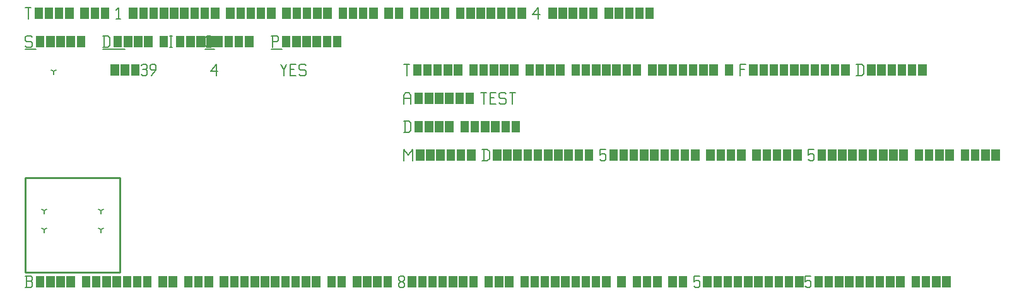
<source format=gbr>
G04 start of page 11 for group -1 layer_idx 268435461 *
G04 Title: board with minimal netlist, <virtual group> *
G04 Creator: <version>
G04 CreationDate: <date>
G04 For: TEST *
G04 Format: Gerber/RS-274X *
G04 PCB-Dimensions: 50000 50000 *
G04 PCB-Coordinate-Origin: lower left *
%MOIN*%
%FSLAX25Y25*%
%LNLOGICAL_VIRTUAL_FAB_NONE*%
%ADD34C,0.0100*%
%ADD33C,0.0001*%
%ADD32C,0.0060*%
%ADD31C,0.0080*%
G54D31*X10000Y32500D02*Y30900D01*
Y32500D02*X11387Y33300D01*
X10000Y32500D02*X8613Y33300D01*
X40000Y32500D02*Y30900D01*
Y32500D02*X41387Y33300D01*
X40000Y32500D02*X38613Y33300D01*
X10000Y22500D02*Y20900D01*
Y22500D02*X11387Y23300D01*
X10000Y22500D02*X8613Y23300D01*
X40000Y22500D02*Y20900D01*
Y22500D02*X41387Y23300D01*
X40000Y22500D02*X38613Y23300D01*
X15000Y106250D02*Y104650D01*
Y106250D02*X16387Y107050D01*
X15000Y106250D02*X13613Y107050D01*
G54D32*X135000Y110000D02*X136500Y107000D01*
X138000Y110000D01*
X136500Y107000D02*Y104000D01*
X139800Y107300D02*X142050D01*
X139800Y104000D02*X142800D01*
X139800Y110000D02*Y104000D01*
Y110000D02*X142800D01*
X147600D02*X148350Y109250D01*
X145350Y110000D02*X147600D01*
X144600Y109250D02*X145350Y110000D01*
X144600Y109250D02*Y107750D01*
X145350Y107000D01*
X147600D01*
X148350Y106250D01*
Y104750D01*
X147600Y104000D02*X148350Y104750D01*
X145350Y104000D02*X147600D01*
X144600Y104750D02*X145350Y104000D01*
X98000Y106250D02*X101000Y110000D01*
X98000Y106250D02*X101750D01*
X101000Y110000D02*Y104000D01*
G54D33*G36*
X45000Y110000D02*X49500D01*
Y104000D01*
X45000D01*
Y110000D01*
G37*
G36*
X50400D02*X54900D01*
Y104000D01*
X50400D01*
Y110000D01*
G37*
G36*
X55800D02*X60300D01*
Y104000D01*
X55800D01*
Y110000D01*
G37*
G54D32*X61200Y109250D02*X61950Y110000D01*
X63450D01*
X64200Y109250D01*
X63450Y104000D02*X64200Y104750D01*
X61950Y104000D02*X63450D01*
X61200Y104750D02*X61950Y104000D01*
Y107300D02*X63450D01*
X64200Y109250D02*Y108050D01*
Y106550D02*Y104750D01*
Y106550D02*X63450Y107300D01*
X64200Y108050D02*X63450Y107300D01*
X66750Y104000D02*X69000Y107000D01*
Y109250D02*Y107000D01*
X68250Y110000D02*X69000Y109250D01*
X66750Y110000D02*X68250D01*
X66000Y109250D02*X66750Y110000D01*
X66000Y109250D02*Y107750D01*
X66750Y107000D01*
X69000D01*
X3000Y125000D02*X3750Y124250D01*
X750Y125000D02*X3000D01*
X0Y124250D02*X750Y125000D01*
X0Y124250D02*Y122750D01*
X750Y122000D01*
X3000D01*
X3750Y121250D01*
Y119750D01*
X3000Y119000D02*X3750Y119750D01*
X750Y119000D02*X3000D01*
X0Y119750D02*X750Y119000D01*
G54D33*G36*
X5550Y125000D02*X10050D01*
Y119000D01*
X5550D01*
Y125000D01*
G37*
G36*
X10950D02*X15450D01*
Y119000D01*
X10950D01*
Y125000D01*
G37*
G36*
X16350D02*X20850D01*
Y119000D01*
X16350D01*
Y125000D01*
G37*
G36*
X21750D02*X26250D01*
Y119000D01*
X21750D01*
Y125000D01*
G37*
G36*
X27150D02*X31650D01*
Y119000D01*
X27150D01*
Y125000D01*
G37*
G54D32*X0Y118000D02*X5550D01*
X41750Y125000D02*Y119000D01*
X43700Y125000D02*X44750Y123950D01*
Y120050D01*
X43700Y119000D02*X44750Y120050D01*
X41000Y119000D02*X43700D01*
X41000Y125000D02*X43700D01*
G54D33*G36*
X46550D02*X51050D01*
Y119000D01*
X46550D01*
Y125000D01*
G37*
G36*
X51950D02*X56450D01*
Y119000D01*
X51950D01*
Y125000D01*
G37*
G36*
X57350D02*X61850D01*
Y119000D01*
X57350D01*
Y125000D01*
G37*
G36*
X62750D02*X67250D01*
Y119000D01*
X62750D01*
Y125000D01*
G37*
G36*
X70850D02*X75350D01*
Y119000D01*
X70850D01*
Y125000D01*
G37*
G54D32*X76250D02*X77750D01*
X77000D02*Y119000D01*
X76250D02*X77750D01*
G54D33*G36*
X79550Y125000D02*X84050D01*
Y119000D01*
X79550D01*
Y125000D01*
G37*
G36*
X84950D02*X89450D01*
Y119000D01*
X84950D01*
Y125000D01*
G37*
G36*
X90350D02*X94850D01*
Y119000D01*
X90350D01*
Y125000D01*
G37*
G36*
X95750D02*X100250D01*
Y119000D01*
X95750D01*
Y125000D01*
G37*
G54D32*X41000Y118000D02*X52550D01*
X96050Y119000D02*X98000D01*
X95000Y120050D02*X96050Y119000D01*
X95000Y123950D02*Y120050D01*
Y123950D02*X96050Y125000D01*
X98000D01*
G54D33*G36*
X99800D02*X104300D01*
Y119000D01*
X99800D01*
Y125000D01*
G37*
G36*
X105200D02*X109700D01*
Y119000D01*
X105200D01*
Y125000D01*
G37*
G36*
X110600D02*X115100D01*
Y119000D01*
X110600D01*
Y125000D01*
G37*
G36*
X116000D02*X120500D01*
Y119000D01*
X116000D01*
Y125000D01*
G37*
G54D32*X95000Y118000D02*X99800D01*
X130750Y125000D02*Y119000D01*
X130000Y125000D02*X133000D01*
X133750Y124250D01*
Y122750D01*
X133000Y122000D02*X133750Y122750D01*
X130750Y122000D02*X133000D01*
G54D33*G36*
X135550Y125000D02*X140050D01*
Y119000D01*
X135550D01*
Y125000D01*
G37*
G36*
X140950D02*X145450D01*
Y119000D01*
X140950D01*
Y125000D01*
G37*
G36*
X146350D02*X150850D01*
Y119000D01*
X146350D01*
Y125000D01*
G37*
G36*
X151750D02*X156250D01*
Y119000D01*
X151750D01*
Y125000D01*
G37*
G36*
X157150D02*X161650D01*
Y119000D01*
X157150D01*
Y125000D01*
G37*
G36*
X162550D02*X167050D01*
Y119000D01*
X162550D01*
Y125000D01*
G37*
G54D32*X130000Y118000D02*X135550D01*
X0Y140000D02*X3000D01*
X1500D02*Y134000D01*
G54D33*G36*
X4800Y140000D02*X9300D01*
Y134000D01*
X4800D01*
Y140000D01*
G37*
G36*
X10200D02*X14700D01*
Y134000D01*
X10200D01*
Y140000D01*
G37*
G36*
X15600D02*X20100D01*
Y134000D01*
X15600D01*
Y140000D01*
G37*
G36*
X21000D02*X25500D01*
Y134000D01*
X21000D01*
Y140000D01*
G37*
G36*
X29100D02*X33600D01*
Y134000D01*
X29100D01*
Y140000D01*
G37*
G36*
X34500D02*X39000D01*
Y134000D01*
X34500D01*
Y140000D01*
G37*
G36*
X39900D02*X44400D01*
Y134000D01*
X39900D01*
Y140000D01*
G37*
G54D32*X48000Y138800D02*X49200Y140000D01*
Y134000D01*
X48000D02*X50250D01*
G54D33*G36*
X54750Y140000D02*X59250D01*
Y134000D01*
X54750D01*
Y140000D01*
G37*
G36*
X60150D02*X64650D01*
Y134000D01*
X60150D01*
Y140000D01*
G37*
G36*
X65550D02*X70050D01*
Y134000D01*
X65550D01*
Y140000D01*
G37*
G36*
X70950D02*X75450D01*
Y134000D01*
X70950D01*
Y140000D01*
G37*
G36*
X76350D02*X80850D01*
Y134000D01*
X76350D01*
Y140000D01*
G37*
G36*
X81750D02*X86250D01*
Y134000D01*
X81750D01*
Y140000D01*
G37*
G36*
X87150D02*X91650D01*
Y134000D01*
X87150D01*
Y140000D01*
G37*
G36*
X92550D02*X97050D01*
Y134000D01*
X92550D01*
Y140000D01*
G37*
G36*
X97950D02*X102450D01*
Y134000D01*
X97950D01*
Y140000D01*
G37*
G36*
X106050D02*X110550D01*
Y134000D01*
X106050D01*
Y140000D01*
G37*
G36*
X111450D02*X115950D01*
Y134000D01*
X111450D01*
Y140000D01*
G37*
G36*
X116850D02*X121350D01*
Y134000D01*
X116850D01*
Y140000D01*
G37*
G36*
X122250D02*X126750D01*
Y134000D01*
X122250D01*
Y140000D01*
G37*
G36*
X127650D02*X132150D01*
Y134000D01*
X127650D01*
Y140000D01*
G37*
G36*
X135750D02*X140250D01*
Y134000D01*
X135750D01*
Y140000D01*
G37*
G36*
X141150D02*X145650D01*
Y134000D01*
X141150D01*
Y140000D01*
G37*
G36*
X146550D02*X151050D01*
Y134000D01*
X146550D01*
Y140000D01*
G37*
G36*
X151950D02*X156450D01*
Y134000D01*
X151950D01*
Y140000D01*
G37*
G36*
X157350D02*X161850D01*
Y134000D01*
X157350D01*
Y140000D01*
G37*
G36*
X165450D02*X169950D01*
Y134000D01*
X165450D01*
Y140000D01*
G37*
G36*
X170850D02*X175350D01*
Y134000D01*
X170850D01*
Y140000D01*
G37*
G36*
X176250D02*X180750D01*
Y134000D01*
X176250D01*
Y140000D01*
G37*
G36*
X181650D02*X186150D01*
Y134000D01*
X181650D01*
Y140000D01*
G37*
G36*
X189750D02*X194250D01*
Y134000D01*
X189750D01*
Y140000D01*
G37*
G36*
X195150D02*X199650D01*
Y134000D01*
X195150D01*
Y140000D01*
G37*
G36*
X203250D02*X207750D01*
Y134000D01*
X203250D01*
Y140000D01*
G37*
G36*
X208650D02*X213150D01*
Y134000D01*
X208650D01*
Y140000D01*
G37*
G36*
X214050D02*X218550D01*
Y134000D01*
X214050D01*
Y140000D01*
G37*
G36*
X219450D02*X223950D01*
Y134000D01*
X219450D01*
Y140000D01*
G37*
G36*
X227550D02*X232050D01*
Y134000D01*
X227550D01*
Y140000D01*
G37*
G36*
X232950D02*X237450D01*
Y134000D01*
X232950D01*
Y140000D01*
G37*
G36*
X238350D02*X242850D01*
Y134000D01*
X238350D01*
Y140000D01*
G37*
G36*
X243750D02*X248250D01*
Y134000D01*
X243750D01*
Y140000D01*
G37*
G36*
X249150D02*X253650D01*
Y134000D01*
X249150D01*
Y140000D01*
G37*
G36*
X254550D02*X259050D01*
Y134000D01*
X254550D01*
Y140000D01*
G37*
G36*
X259950D02*X264450D01*
Y134000D01*
X259950D01*
Y140000D01*
G37*
G54D32*X268050Y136250D02*X271050Y140000D01*
X268050Y136250D02*X271800D01*
X271050Y140000D02*Y134000D01*
G54D33*G36*
X276300Y140000D02*X280800D01*
Y134000D01*
X276300D01*
Y140000D01*
G37*
G36*
X281700D02*X286200D01*
Y134000D01*
X281700D01*
Y140000D01*
G37*
G36*
X287100D02*X291600D01*
Y134000D01*
X287100D01*
Y140000D01*
G37*
G36*
X292500D02*X297000D01*
Y134000D01*
X292500D01*
Y140000D01*
G37*
G36*
X297900D02*X302400D01*
Y134000D01*
X297900D01*
Y140000D01*
G37*
G36*
X306000D02*X310500D01*
Y134000D01*
X306000D01*
Y140000D01*
G37*
G36*
X311400D02*X315900D01*
Y134000D01*
X311400D01*
Y140000D01*
G37*
G36*
X316800D02*X321300D01*
Y134000D01*
X316800D01*
Y140000D01*
G37*
G36*
X322200D02*X326700D01*
Y134000D01*
X322200D01*
Y140000D01*
G37*
G36*
X327600D02*X332100D01*
Y134000D01*
X327600D01*
Y140000D01*
G37*
G54D34*X0Y50000D02*X50000D01*
X0D02*Y0D01*
X50000Y50000D02*Y0D01*
X0D02*X50000D01*
G54D32*X200000Y65000D02*Y59000D01*
Y65000D02*X202250Y62000D01*
X204500Y65000D01*
Y59000D01*
G54D33*G36*
X206300Y65000D02*X210800D01*
Y59000D01*
X206300D01*
Y65000D01*
G37*
G36*
X211700D02*X216200D01*
Y59000D01*
X211700D01*
Y65000D01*
G37*
G36*
X217100D02*X221600D01*
Y59000D01*
X217100D01*
Y65000D01*
G37*
G36*
X222500D02*X227000D01*
Y59000D01*
X222500D01*
Y65000D01*
G37*
G36*
X227900D02*X232400D01*
Y59000D01*
X227900D01*
Y65000D01*
G37*
G36*
X233300D02*X237800D01*
Y59000D01*
X233300D01*
Y65000D01*
G37*
G54D32*X242150D02*Y59000D01*
X244100Y65000D02*X245150Y63950D01*
Y60050D01*
X244100Y59000D02*X245150Y60050D01*
X241400Y59000D02*X244100D01*
X241400Y65000D02*X244100D01*
G54D33*G36*
X246950D02*X251450D01*
Y59000D01*
X246950D01*
Y65000D01*
G37*
G36*
X252350D02*X256850D01*
Y59000D01*
X252350D01*
Y65000D01*
G37*
G36*
X257750D02*X262250D01*
Y59000D01*
X257750D01*
Y65000D01*
G37*
G36*
X263150D02*X267650D01*
Y59000D01*
X263150D01*
Y65000D01*
G37*
G36*
X268550D02*X273050D01*
Y59000D01*
X268550D01*
Y65000D01*
G37*
G36*
X273950D02*X278450D01*
Y59000D01*
X273950D01*
Y65000D01*
G37*
G36*
X279350D02*X283850D01*
Y59000D01*
X279350D01*
Y65000D01*
G37*
G36*
X284750D02*X289250D01*
Y59000D01*
X284750D01*
Y65000D01*
G37*
G36*
X290150D02*X294650D01*
Y59000D01*
X290150D01*
Y65000D01*
G37*
G36*
X295550D02*X300050D01*
Y59000D01*
X295550D01*
Y65000D01*
G37*
G54D32*X303650D02*X306650D01*
X303650D02*Y62000D01*
X304400Y62750D01*
X305900D01*
X306650Y62000D01*
Y59750D01*
X305900Y59000D02*X306650Y59750D01*
X304400Y59000D02*X305900D01*
X303650Y59750D02*X304400Y59000D01*
G54D33*G36*
X308450Y65000D02*X312950D01*
Y59000D01*
X308450D01*
Y65000D01*
G37*
G36*
X313850D02*X318350D01*
Y59000D01*
X313850D01*
Y65000D01*
G37*
G36*
X319250D02*X323750D01*
Y59000D01*
X319250D01*
Y65000D01*
G37*
G36*
X324650D02*X329150D01*
Y59000D01*
X324650D01*
Y65000D01*
G37*
G36*
X330050D02*X334550D01*
Y59000D01*
X330050D01*
Y65000D01*
G37*
G36*
X335450D02*X339950D01*
Y59000D01*
X335450D01*
Y65000D01*
G37*
G36*
X340850D02*X345350D01*
Y59000D01*
X340850D01*
Y65000D01*
G37*
G36*
X346250D02*X350750D01*
Y59000D01*
X346250D01*
Y65000D01*
G37*
G36*
X351650D02*X356150D01*
Y59000D01*
X351650D01*
Y65000D01*
G37*
G36*
X359750D02*X364250D01*
Y59000D01*
X359750D01*
Y65000D01*
G37*
G36*
X365150D02*X369650D01*
Y59000D01*
X365150D01*
Y65000D01*
G37*
G36*
X370550D02*X375050D01*
Y59000D01*
X370550D01*
Y65000D01*
G37*
G36*
X375950D02*X380450D01*
Y59000D01*
X375950D01*
Y65000D01*
G37*
G36*
X384050D02*X388550D01*
Y59000D01*
X384050D01*
Y65000D01*
G37*
G36*
X389450D02*X393950D01*
Y59000D01*
X389450D01*
Y65000D01*
G37*
G36*
X394850D02*X399350D01*
Y59000D01*
X394850D01*
Y65000D01*
G37*
G36*
X400250D02*X404750D01*
Y59000D01*
X400250D01*
Y65000D01*
G37*
G36*
X405650D02*X410150D01*
Y59000D01*
X405650D01*
Y65000D01*
G37*
G54D32*X413750D02*X416750D01*
X413750D02*Y62000D01*
X414500Y62750D01*
X416000D01*
X416750Y62000D01*
Y59750D01*
X416000Y59000D02*X416750Y59750D01*
X414500Y59000D02*X416000D01*
X413750Y59750D02*X414500Y59000D01*
G54D33*G36*
X418550Y65000D02*X423050D01*
Y59000D01*
X418550D01*
Y65000D01*
G37*
G36*
X423950D02*X428450D01*
Y59000D01*
X423950D01*
Y65000D01*
G37*
G36*
X429350D02*X433850D01*
Y59000D01*
X429350D01*
Y65000D01*
G37*
G36*
X434750D02*X439250D01*
Y59000D01*
X434750D01*
Y65000D01*
G37*
G36*
X440150D02*X444650D01*
Y59000D01*
X440150D01*
Y65000D01*
G37*
G36*
X445550D02*X450050D01*
Y59000D01*
X445550D01*
Y65000D01*
G37*
G36*
X450950D02*X455450D01*
Y59000D01*
X450950D01*
Y65000D01*
G37*
G36*
X456350D02*X460850D01*
Y59000D01*
X456350D01*
Y65000D01*
G37*
G36*
X461750D02*X466250D01*
Y59000D01*
X461750D01*
Y65000D01*
G37*
G36*
X469850D02*X474350D01*
Y59000D01*
X469850D01*
Y65000D01*
G37*
G36*
X475250D02*X479750D01*
Y59000D01*
X475250D01*
Y65000D01*
G37*
G36*
X480650D02*X485150D01*
Y59000D01*
X480650D01*
Y65000D01*
G37*
G36*
X486050D02*X490550D01*
Y59000D01*
X486050D01*
Y65000D01*
G37*
G36*
X494150D02*X498650D01*
Y59000D01*
X494150D01*
Y65000D01*
G37*
G36*
X499550D02*X504050D01*
Y59000D01*
X499550D01*
Y65000D01*
G37*
G36*
X504950D02*X509450D01*
Y59000D01*
X504950D01*
Y65000D01*
G37*
G36*
X510350D02*X514850D01*
Y59000D01*
X510350D01*
Y65000D01*
G37*
G54D32*X0Y-8000D02*X3000D01*
X3750Y-7250D01*
Y-5450D02*Y-7250D01*
X3000Y-4700D02*X3750Y-5450D01*
X750Y-4700D02*X3000D01*
X750Y-2000D02*Y-8000D01*
X0Y-2000D02*X3000D01*
X3750Y-2750D01*
Y-3950D01*
X3000Y-4700D02*X3750Y-3950D01*
G54D33*G36*
X5550Y-2000D02*X10050D01*
Y-8000D01*
X5550D01*
Y-2000D01*
G37*
G36*
X10950D02*X15450D01*
Y-8000D01*
X10950D01*
Y-2000D01*
G37*
G36*
X16350D02*X20850D01*
Y-8000D01*
X16350D01*
Y-2000D01*
G37*
G36*
X21750D02*X26250D01*
Y-8000D01*
X21750D01*
Y-2000D01*
G37*
G36*
X29850D02*X34350D01*
Y-8000D01*
X29850D01*
Y-2000D01*
G37*
G36*
X35250D02*X39750D01*
Y-8000D01*
X35250D01*
Y-2000D01*
G37*
G36*
X40650D02*X45150D01*
Y-8000D01*
X40650D01*
Y-2000D01*
G37*
G36*
X46050D02*X50550D01*
Y-8000D01*
X46050D01*
Y-2000D01*
G37*
G36*
X51450D02*X55950D01*
Y-8000D01*
X51450D01*
Y-2000D01*
G37*
G36*
X56850D02*X61350D01*
Y-8000D01*
X56850D01*
Y-2000D01*
G37*
G36*
X62250D02*X66750D01*
Y-8000D01*
X62250D01*
Y-2000D01*
G37*
G36*
X70350D02*X74850D01*
Y-8000D01*
X70350D01*
Y-2000D01*
G37*
G36*
X75750D02*X80250D01*
Y-8000D01*
X75750D01*
Y-2000D01*
G37*
G36*
X83850D02*X88350D01*
Y-8000D01*
X83850D01*
Y-2000D01*
G37*
G36*
X89250D02*X93750D01*
Y-8000D01*
X89250D01*
Y-2000D01*
G37*
G36*
X94650D02*X99150D01*
Y-8000D01*
X94650D01*
Y-2000D01*
G37*
G36*
X102750D02*X107250D01*
Y-8000D01*
X102750D01*
Y-2000D01*
G37*
G36*
X108150D02*X112650D01*
Y-8000D01*
X108150D01*
Y-2000D01*
G37*
G36*
X113550D02*X118050D01*
Y-8000D01*
X113550D01*
Y-2000D01*
G37*
G36*
X118950D02*X123450D01*
Y-8000D01*
X118950D01*
Y-2000D01*
G37*
G36*
X124350D02*X128850D01*
Y-8000D01*
X124350D01*
Y-2000D01*
G37*
G36*
X129750D02*X134250D01*
Y-8000D01*
X129750D01*
Y-2000D01*
G37*
G36*
X135150D02*X139650D01*
Y-8000D01*
X135150D01*
Y-2000D01*
G37*
G36*
X140550D02*X145050D01*
Y-8000D01*
X140550D01*
Y-2000D01*
G37*
G36*
X145950D02*X150450D01*
Y-8000D01*
X145950D01*
Y-2000D01*
G37*
G36*
X151350D02*X155850D01*
Y-8000D01*
X151350D01*
Y-2000D01*
G37*
G36*
X159450D02*X163950D01*
Y-8000D01*
X159450D01*
Y-2000D01*
G37*
G36*
X164850D02*X169350D01*
Y-8000D01*
X164850D01*
Y-2000D01*
G37*
G36*
X172950D02*X177450D01*
Y-8000D01*
X172950D01*
Y-2000D01*
G37*
G36*
X178350D02*X182850D01*
Y-8000D01*
X178350D01*
Y-2000D01*
G37*
G36*
X183750D02*X188250D01*
Y-8000D01*
X183750D01*
Y-2000D01*
G37*
G36*
X189150D02*X193650D01*
Y-8000D01*
X189150D01*
Y-2000D01*
G37*
G54D32*X197250Y-7250D02*X198000Y-8000D01*
X197250Y-6050D02*Y-7250D01*
Y-6050D02*X198300Y-5000D01*
X199200D01*
X200250Y-6050D01*
Y-7250D01*
X199500Y-8000D02*X200250Y-7250D01*
X198000Y-8000D02*X199500D01*
X197250Y-3950D02*X198300Y-5000D01*
X197250Y-2750D02*Y-3950D01*
Y-2750D02*X198000Y-2000D01*
X199500D01*
X200250Y-2750D01*
Y-3950D01*
X199200Y-5000D02*X200250Y-3950D01*
G54D33*G36*
X202050Y-2000D02*X206550D01*
Y-8000D01*
X202050D01*
Y-2000D01*
G37*
G36*
X207450D02*X211950D01*
Y-8000D01*
X207450D01*
Y-2000D01*
G37*
G36*
X212850D02*X217350D01*
Y-8000D01*
X212850D01*
Y-2000D01*
G37*
G36*
X218250D02*X222750D01*
Y-8000D01*
X218250D01*
Y-2000D01*
G37*
G36*
X223650D02*X228150D01*
Y-8000D01*
X223650D01*
Y-2000D01*
G37*
G36*
X229050D02*X233550D01*
Y-8000D01*
X229050D01*
Y-2000D01*
G37*
G36*
X234450D02*X238950D01*
Y-8000D01*
X234450D01*
Y-2000D01*
G37*
G36*
X242550D02*X247050D01*
Y-8000D01*
X242550D01*
Y-2000D01*
G37*
G36*
X247950D02*X252450D01*
Y-8000D01*
X247950D01*
Y-2000D01*
G37*
G36*
X253350D02*X257850D01*
Y-8000D01*
X253350D01*
Y-2000D01*
G37*
G36*
X261450D02*X265950D01*
Y-8000D01*
X261450D01*
Y-2000D01*
G37*
G36*
X266850D02*X271350D01*
Y-8000D01*
X266850D01*
Y-2000D01*
G37*
G36*
X272250D02*X276750D01*
Y-8000D01*
X272250D01*
Y-2000D01*
G37*
G36*
X277650D02*X282150D01*
Y-8000D01*
X277650D01*
Y-2000D01*
G37*
G36*
X283050D02*X287550D01*
Y-8000D01*
X283050D01*
Y-2000D01*
G37*
G36*
X288450D02*X292950D01*
Y-8000D01*
X288450D01*
Y-2000D01*
G37*
G36*
X293850D02*X298350D01*
Y-8000D01*
X293850D01*
Y-2000D01*
G37*
G36*
X299250D02*X303750D01*
Y-8000D01*
X299250D01*
Y-2000D01*
G37*
G36*
X304650D02*X309150D01*
Y-8000D01*
X304650D01*
Y-2000D01*
G37*
G36*
X312750D02*X317250D01*
Y-8000D01*
X312750D01*
Y-2000D01*
G37*
G36*
X320850D02*X325350D01*
Y-8000D01*
X320850D01*
Y-2000D01*
G37*
G36*
X326250D02*X330750D01*
Y-8000D01*
X326250D01*
Y-2000D01*
G37*
G36*
X331650D02*X336150D01*
Y-8000D01*
X331650D01*
Y-2000D01*
G37*
G36*
X339750D02*X344250D01*
Y-8000D01*
X339750D01*
Y-2000D01*
G37*
G36*
X345150D02*X349650D01*
Y-8000D01*
X345150D01*
Y-2000D01*
G37*
G54D32*X353250D02*X356250D01*
X353250D02*Y-5000D01*
X354000Y-4250D01*
X355500D01*
X356250Y-5000D01*
Y-7250D01*
X355500Y-8000D02*X356250Y-7250D01*
X354000Y-8000D02*X355500D01*
X353250Y-7250D02*X354000Y-8000D01*
G54D33*G36*
X358050Y-2000D02*X362550D01*
Y-8000D01*
X358050D01*
Y-2000D01*
G37*
G36*
X363450D02*X367950D01*
Y-8000D01*
X363450D01*
Y-2000D01*
G37*
G36*
X368850D02*X373350D01*
Y-8000D01*
X368850D01*
Y-2000D01*
G37*
G36*
X374250D02*X378750D01*
Y-8000D01*
X374250D01*
Y-2000D01*
G37*
G36*
X379650D02*X384150D01*
Y-8000D01*
X379650D01*
Y-2000D01*
G37*
G36*
X385050D02*X389550D01*
Y-8000D01*
X385050D01*
Y-2000D01*
G37*
G36*
X390450D02*X394950D01*
Y-8000D01*
X390450D01*
Y-2000D01*
G37*
G36*
X395850D02*X400350D01*
Y-8000D01*
X395850D01*
Y-2000D01*
G37*
G36*
X401250D02*X405750D01*
Y-8000D01*
X401250D01*
Y-2000D01*
G37*
G36*
X406650D02*X411150D01*
Y-8000D01*
X406650D01*
Y-2000D01*
G37*
G54D32*X412050D02*X415050D01*
X412050D02*Y-5000D01*
X412800Y-4250D01*
X414300D01*
X415050Y-5000D01*
Y-7250D01*
X414300Y-8000D02*X415050Y-7250D01*
X412800Y-8000D02*X414300D01*
X412050Y-7250D02*X412800Y-8000D01*
G54D33*G36*
X416850Y-2000D02*X421350D01*
Y-8000D01*
X416850D01*
Y-2000D01*
G37*
G36*
X422250D02*X426750D01*
Y-8000D01*
X422250D01*
Y-2000D01*
G37*
G36*
X427650D02*X432150D01*
Y-8000D01*
X427650D01*
Y-2000D01*
G37*
G36*
X433050D02*X437550D01*
Y-8000D01*
X433050D01*
Y-2000D01*
G37*
G36*
X438450D02*X442950D01*
Y-8000D01*
X438450D01*
Y-2000D01*
G37*
G36*
X443850D02*X448350D01*
Y-8000D01*
X443850D01*
Y-2000D01*
G37*
G36*
X449250D02*X453750D01*
Y-8000D01*
X449250D01*
Y-2000D01*
G37*
G36*
X454650D02*X459150D01*
Y-8000D01*
X454650D01*
Y-2000D01*
G37*
G36*
X460050D02*X464550D01*
Y-8000D01*
X460050D01*
Y-2000D01*
G37*
G36*
X468150D02*X472650D01*
Y-8000D01*
X468150D01*
Y-2000D01*
G37*
G36*
X473550D02*X478050D01*
Y-8000D01*
X473550D01*
Y-2000D01*
G37*
G36*
X478950D02*X483450D01*
Y-8000D01*
X478950D01*
Y-2000D01*
G37*
G36*
X484350D02*X488850D01*
Y-8000D01*
X484350D01*
Y-2000D01*
G37*
G54D32*X200750Y80000D02*Y74000D01*
X202700Y80000D02*X203750Y78950D01*
Y75050D01*
X202700Y74000D02*X203750Y75050D01*
X200000Y74000D02*X202700D01*
X200000Y80000D02*X202700D01*
G54D33*G36*
X205550D02*X210050D01*
Y74000D01*
X205550D01*
Y80000D01*
G37*
G36*
X210950D02*X215450D01*
Y74000D01*
X210950D01*
Y80000D01*
G37*
G36*
X216350D02*X220850D01*
Y74000D01*
X216350D01*
Y80000D01*
G37*
G36*
X221750D02*X226250D01*
Y74000D01*
X221750D01*
Y80000D01*
G37*
G36*
X229850D02*X234350D01*
Y74000D01*
X229850D01*
Y80000D01*
G37*
G36*
X235250D02*X239750D01*
Y74000D01*
X235250D01*
Y80000D01*
G37*
G36*
X240650D02*X245150D01*
Y74000D01*
X240650D01*
Y80000D01*
G37*
G36*
X246050D02*X250550D01*
Y74000D01*
X246050D01*
Y80000D01*
G37*
G36*
X251450D02*X255950D01*
Y74000D01*
X251450D01*
Y80000D01*
G37*
G36*
X256850D02*X261350D01*
Y74000D01*
X256850D01*
Y80000D01*
G37*
G54D32*X200000Y93500D02*Y89000D01*
Y93500D02*X201050Y95000D01*
X202700D01*
X203750Y93500D01*
Y89000D01*
X200000Y92000D02*X203750D01*
G54D33*G36*
X205550Y95000D02*X210050D01*
Y89000D01*
X205550D01*
Y95000D01*
G37*
G36*
X210950D02*X215450D01*
Y89000D01*
X210950D01*
Y95000D01*
G37*
G36*
X216350D02*X220850D01*
Y89000D01*
X216350D01*
Y95000D01*
G37*
G36*
X221750D02*X226250D01*
Y89000D01*
X221750D01*
Y95000D01*
G37*
G36*
X227150D02*X231650D01*
Y89000D01*
X227150D01*
Y95000D01*
G37*
G36*
X232550D02*X237050D01*
Y89000D01*
X232550D01*
Y95000D01*
G37*
G54D32*X240650D02*X243650D01*
X242150D02*Y89000D01*
X245450Y92300D02*X247700D01*
X245450Y89000D02*X248450D01*
X245450Y95000D02*Y89000D01*
Y95000D02*X248450D01*
X253250D02*X254000Y94250D01*
X251000Y95000D02*X253250D01*
X250250Y94250D02*X251000Y95000D01*
X250250Y94250D02*Y92750D01*
X251000Y92000D01*
X253250D01*
X254000Y91250D01*
Y89750D01*
X253250Y89000D02*X254000Y89750D01*
X251000Y89000D02*X253250D01*
X250250Y89750D02*X251000Y89000D01*
X255800Y95000D02*X258800D01*
X257300D02*Y89000D01*
X200000Y110000D02*X203000D01*
X201500D02*Y104000D01*
G54D33*G36*
X204800Y110000D02*X209300D01*
Y104000D01*
X204800D01*
Y110000D01*
G37*
G36*
X210200D02*X214700D01*
Y104000D01*
X210200D01*
Y110000D01*
G37*
G36*
X215600D02*X220100D01*
Y104000D01*
X215600D01*
Y110000D01*
G37*
G36*
X221000D02*X225500D01*
Y104000D01*
X221000D01*
Y110000D01*
G37*
G36*
X226400D02*X230900D01*
Y104000D01*
X226400D01*
Y110000D01*
G37*
G36*
X234500D02*X239000D01*
Y104000D01*
X234500D01*
Y110000D01*
G37*
G36*
X239900D02*X244400D01*
Y104000D01*
X239900D01*
Y110000D01*
G37*
G36*
X245300D02*X249800D01*
Y104000D01*
X245300D01*
Y110000D01*
G37*
G36*
X250700D02*X255200D01*
Y104000D01*
X250700D01*
Y110000D01*
G37*
G36*
X256100D02*X260600D01*
Y104000D01*
X256100D01*
Y110000D01*
G37*
G36*
X264200D02*X268700D01*
Y104000D01*
X264200D01*
Y110000D01*
G37*
G36*
X269600D02*X274100D01*
Y104000D01*
X269600D01*
Y110000D01*
G37*
G36*
X275000D02*X279500D01*
Y104000D01*
X275000D01*
Y110000D01*
G37*
G36*
X280400D02*X284900D01*
Y104000D01*
X280400D01*
Y110000D01*
G37*
G36*
X288500D02*X293000D01*
Y104000D01*
X288500D01*
Y110000D01*
G37*
G36*
X293900D02*X298400D01*
Y104000D01*
X293900D01*
Y110000D01*
G37*
G36*
X299300D02*X303800D01*
Y104000D01*
X299300D01*
Y110000D01*
G37*
G36*
X304700D02*X309200D01*
Y104000D01*
X304700D01*
Y110000D01*
G37*
G36*
X310100D02*X314600D01*
Y104000D01*
X310100D01*
Y110000D01*
G37*
G36*
X315500D02*X320000D01*
Y104000D01*
X315500D01*
Y110000D01*
G37*
G36*
X320900D02*X325400D01*
Y104000D01*
X320900D01*
Y110000D01*
G37*
G36*
X329000D02*X333500D01*
Y104000D01*
X329000D01*
Y110000D01*
G37*
G36*
X334400D02*X338900D01*
Y104000D01*
X334400D01*
Y110000D01*
G37*
G36*
X339800D02*X344300D01*
Y104000D01*
X339800D01*
Y110000D01*
G37*
G36*
X345200D02*X349700D01*
Y104000D01*
X345200D01*
Y110000D01*
G37*
G36*
X350600D02*X355100D01*
Y104000D01*
X350600D01*
Y110000D01*
G37*
G36*
X356000D02*X360500D01*
Y104000D01*
X356000D01*
Y110000D01*
G37*
G36*
X361400D02*X365900D01*
Y104000D01*
X361400D01*
Y110000D01*
G37*
G36*
X369500D02*X374000D01*
Y104000D01*
X369500D01*
Y110000D01*
G37*
G54D32*X377600D02*Y104000D01*
Y110000D02*X380600D01*
X377600Y107300D02*X379850D01*
G54D33*G36*
X382400Y110000D02*X386900D01*
Y104000D01*
X382400D01*
Y110000D01*
G37*
G36*
X387800D02*X392300D01*
Y104000D01*
X387800D01*
Y110000D01*
G37*
G36*
X393200D02*X397700D01*
Y104000D01*
X393200D01*
Y110000D01*
G37*
G36*
X398600D02*X403100D01*
Y104000D01*
X398600D01*
Y110000D01*
G37*
G36*
X404000D02*X408500D01*
Y104000D01*
X404000D01*
Y110000D01*
G37*
G36*
X409400D02*X413900D01*
Y104000D01*
X409400D01*
Y110000D01*
G37*
G36*
X414800D02*X419300D01*
Y104000D01*
X414800D01*
Y110000D01*
G37*
G36*
X420200D02*X424700D01*
Y104000D01*
X420200D01*
Y110000D01*
G37*
G36*
X425600D02*X430100D01*
Y104000D01*
X425600D01*
Y110000D01*
G37*
G36*
X431000D02*X435500D01*
Y104000D01*
X431000D01*
Y110000D01*
G37*
G54D32*X439850D02*Y104000D01*
X441800Y110000D02*X442850Y108950D01*
Y105050D01*
X441800Y104000D02*X442850Y105050D01*
X439100Y104000D02*X441800D01*
X439100Y110000D02*X441800D01*
G54D33*G36*
X444650D02*X449150D01*
Y104000D01*
X444650D01*
Y110000D01*
G37*
G36*
X450050D02*X454550D01*
Y104000D01*
X450050D01*
Y110000D01*
G37*
G36*
X455450D02*X459950D01*
Y104000D01*
X455450D01*
Y110000D01*
G37*
G36*
X460850D02*X465350D01*
Y104000D01*
X460850D01*
Y110000D01*
G37*
G36*
X466250D02*X470750D01*
Y104000D01*
X466250D01*
Y110000D01*
G37*
G36*
X471650D02*X476150D01*
Y104000D01*
X471650D01*
Y110000D01*
G37*
M02*

</source>
